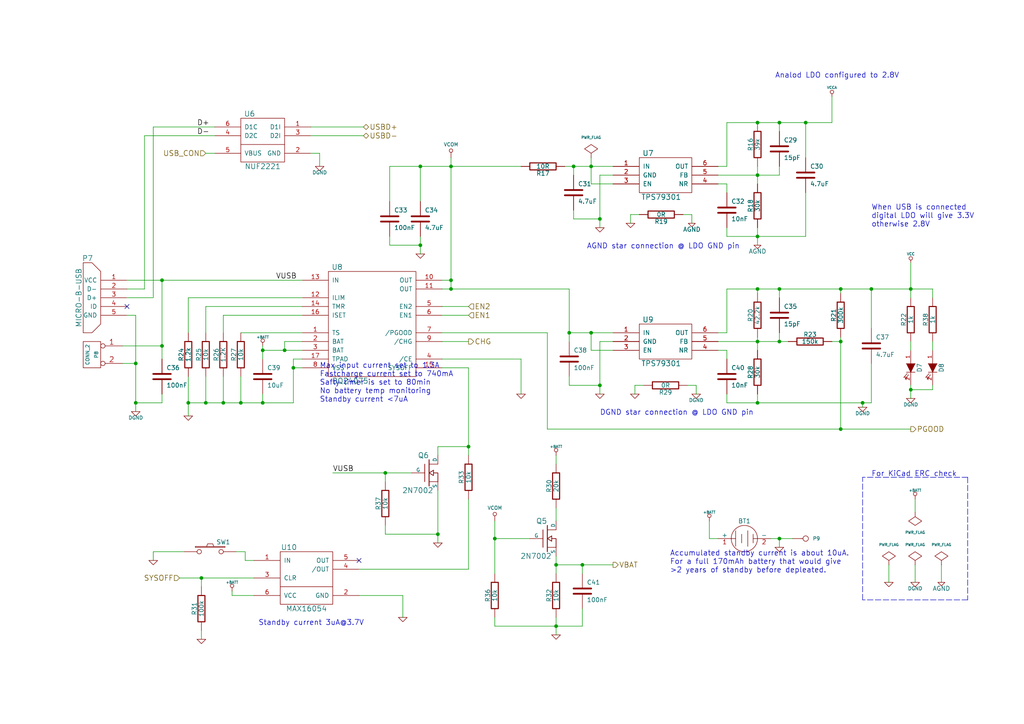
<source format=kicad_sch>
(kicad_sch (version 20231120) (generator "eeschema") (generator_version "8.0")
  (paper "A4")
  (title_block (title "Crazyflie control board") (date "3 feb 2013") (rev "F") (company "Bitcraze AB (CC BY-NC-SA)"))
  (lib_symbols
    (symbol "Crazyflie-contol-board-rescue:+BATT" (power) (pin_names (offset 0))
      (property "Value" "+BATT" (at 0 2.54 0))
      (symbol "+BATT_0_0"
        (pin power_in line (at 0 0 90) (length 0) hide (name "+BATT") (number "1"))
      )
      (symbol "+BATT_0_1"
        (polyline (pts (xy 0 0) (xy 0 1.016) (xy 0 1.016)))
        (circle (center 0 1.524) (radius 0.508))
      )
    )
    (symbol "Crazyflie-contol-board-rescue:AGND" (power) (pin_names (offset 0.254))
      (property "Value" "AGND" (at 0 -1.778 0))
      (symbol "AGND_0_1"
        (polyline (pts (xy -1.016 0) (xy 1.016 0) (xy 0 -1.016) (xy -1.016 0)))
      )
      (symbol "AGND_1_1"
        (pin power_in line (at 0 0 90) (length 0) hide (name "AGND") (number "1"))
      )
    )
    (symbol "Crazyflie-contol-board-rescue:BATTERY" (pin_names (offset 0))
      (property "Reference" "BT" (at 0 5.08 0))
      (property "Value" "BATTERY" (at 0 -4.826 0))
      (symbol "BATTERY_0_1"
        (polyline (pts (xy -2.54 0) (xy -3.81 0)))
        (polyline (pts (xy -2.54 2.286) (xy -2.54 -2.2606)) (stroke (width 0.1524)))
        (polyline (pts (xy -0.7874 1.27) (xy -0.7874 -1.27)) (stroke (width 0.1524)))
        (polyline (pts (xy 0.9906 2.286) (xy 0.9906 -2.2606)) (stroke (width 0.1524)))
        (polyline (pts (xy 2.54 0) (xy 3.81 0)))
        (polyline (pts (xy 2.54 1.27) (xy 2.54 -1.27)) (stroke (width 0.1524)))
        (circle (center 0 0) (radius 3.81) (stroke (width 0.1524)))
      )
      (symbol "BATTERY_1_1"
        (pin passive line (at -7.62 0 0) (length 3.81) (name "+") (number "1"))
        (pin passive line (at 7.62 0 180) (length 3.81) (name "-") (number "2"))
      )
    )
    (symbol "Crazyflie-contol-board-rescue:BQ24075" (pin_names (offset 1.016))
      (property "Reference" "U" (at -10.16 16.51 0))
      (property "Value" "BQ24075" (at -6.35 -16.51 0))
      (symbol "BQ24075_0_1"
        (rectangle (start -12.7 15.24) (end 12.7 -15.24))
      )
      (symbol "BQ24075_1_1"
        (pin input line (at -20.32 -2.54 0) (length 7.62) (name "TS") (number "1"))
        (pin power_out line (at 20.32 12.7 180) (length 7.62) (name "OUT") (number "10"))
        (pin passive line (at 20.32 10.16 180) (length 7.62) (name "OUT") (number "11"))
        (pin input line (at -20.32 7.62 0) (length 7.62) (name "ILIM") (number "12"))
        (pin power_in line (at -20.32 12.7 0) (length 7.62) (name "IN") (number "13"))
        (pin input line (at -20.32 5.08 0) (length 7.62) (name "TMR") (number "14"))
        (pin input line (at 20.32 -12.7 180) (length 7.62) (name "SYSOFF") (number "15"))
        (pin input line (at -20.32 2.54 0) (length 7.62) (name "ISET") (number "16"))
        (pin input line (at -20.32 -10.16 0) (length 7.62) (name "TPAD") (number "17"))
        (pin passive line (at -20.32 -5.08 0) (length 7.62) (name "BAT") (number "2"))
        (pin power_in line (at -20.32 -7.62 0) (length 7.62) (name "BAT") (number "3"))
        (pin input line (at 20.32 -10.16 180) (length 7.62) (name "/CE") (number "4"))
        (pin input line (at 20.32 5.08 180) (length 7.62) (name "EN2") (number "5"))
        (pin input line (at 20.32 2.54 180) (length 7.62) (name "EN1") (number "6"))
        (pin output line (at 20.32 -2.54 180) (length 7.62) (name "/PGOOD") (number "7"))
        (pin power_in line (at -20.32 -12.7 0) (length 7.62) (name "VSS") (number "8"))
        (pin output line (at 20.32 -5.08 180) (length 7.62) (name "/CHG") (number "9"))
      )
    )
    (symbol "Crazyflie-contol-board-rescue:C" (pin_numbers hide) (pin_names (offset 0.254))
      (property "Reference" "C" (at 1.27 2.54 0))
      (property "Value" "C" (at 1.27 -2.54 0))
      (symbol "C_0_1"
        (polyline (pts (xy -2.54 -0.762) (xy 2.54 -0.762)) (stroke (width 0.508)))
        (polyline (pts (xy -2.54 0.762) (xy 2.54 0.762)) (stroke (width 0.508)))
      )
      (symbol "C_1_1"
        (pin passive line (at 0 5.08 270) (length 4.318) (name "~") (number "1"))
        (pin passive line (at 0 -5.08 90) (length 4.318) (name "~") (number "2"))
      )
    )
    (symbol "Crazyflie-contol-board-rescue:CONN_1" (pin_numbers hide) (pin_names (offset 0.762) hide)
      (property "Reference" "P" (at 2.032 0 0))
      (symbol "CONN_1_0_1"
        (polyline (pts (xy -0.762 0) (xy -1.27 0)))
        (circle (center 0 0) (radius 0.7874))
      )
      (symbol "CONN_1_1_1"
        (pin passive line (at -3.81 0 0) (length 2.54) (name "1") (number "1"))
      )
    )
    (symbol "Crazyflie-contol-board-rescue:CONN_2" (pin_names (offset 1.016) hide)
      (property "Reference" "P" (at -1.27 0 90))
      (property "Value" "CONN_2" (at 1.27 0 90))
      (symbol "CONN_2_0_1"
        (rectangle (start -2.54 3.81) (end 2.54 -3.81))
      )
      (symbol "CONN_2_1_1"
        (pin passive inverted (at -8.89 2.54 0) (length 6.35) (name "P1") (number "1"))
        (pin passive inverted (at -8.89 -2.54 0) (length 6.35) (name "PM") (number "2"))
      )
    )
    (symbol "Crazyflie-contol-board-rescue:DGND" (power) (pin_names (offset 1.016))
      (property "Value" "DGND" (at 0 -1.778 0))
      (symbol "DGND_0_1"
        (polyline (pts (xy -1.27 0) (xy 0 -1.27) (xy 1.27 0) (xy -1.27 0)))
      )
      (symbol "DGND_1_1"
        (pin power_in line (at 0 0 90) (length 0) hide (name "DGND") (number "1"))
      )
    )
    (symbol "Crazyflie-contol-board-rescue:GND" (power) (pin_names (offset 0))
      (symbol "GND_0_1"
        (polyline (pts (xy -1.27 0) (xy 0 -1.27) (xy 1.27 0) (xy -1.27 0)))
      )
      (symbol "GND_1_1"
        (pin power_in line (at 0 0 90) (length 0) hide (name "GND") (number "1"))
      )
    )
    (symbol "Crazyflie-contol-board-rescue:LED" (pin_names (offset 1.016) hide)
      (property "Reference" "D" (at 0 2.54 0))
      (property "Value" "LED" (at 0 -2.54 0))
      (symbol "LED_0_1"
        (polyline (pts (xy 1.27 1.27) (xy 1.27 -1.27)))
        (polyline (pts (xy -1.27 1.27) (xy 1.27 0) (xy -1.27 -1.27)) (fill (type outline)))
        (polyline (pts (xy 1.651 -1.016) (xy 2.794 -2.032) (xy 2.667 -1.397)))
        (polyline (pts (xy 2.032 -0.635) (xy 3.175 -1.651) (xy 3.048 -1.016)))
      )
      (symbol "LED_1_1"
        (pin passive line (at -5.08 0 0) (length 3.81) (name "A") (number "1"))
        (pin passive line (at 5.08 0 180) (length 3.81) (name "K") (number "2"))
      )
    )
    (symbol "Crazyflie-contol-board-rescue:MAX16054" (pin_names (offset 1.016))
      (property "Reference" "U" (at -5.08 8.89 0))
      (property "Value" "MAX16054" (at 0 -8.89 0))
      (symbol "MAX16054_0_1"
        (rectangle (start -7.62 7.62) (end 7.62 -7.62))
        (polyline (pts (xy -7.62 -2.54) (xy 7.62 -2.54)))
      )
      (symbol "MAX16054_1_1"
        (pin input line (at -15.24 5.08 0) (length 7.62) (name "IN") (number "1"))
        (pin input line (at 15.24 -5.08 180) (length 7.62) (name "GND") (number "2"))
        (pin input line (at -15.24 0 0) (length 7.62) (name "CLR") (number "3"))
        (pin output line (at 15.24 2.54 180) (length 7.62) (name "/OUT") (number "4"))
        (pin output line (at 15.24 5.08 180) (length 7.62) (name "OUT") (number "5"))
        (pin input line (at -15.24 -5.08 0) (length 7.62) (name "VCC") (number "6"))
      )
    )
    (symbol "Crazyflie-contol-board-rescue:MICRO-B-USB" (pin_names (offset 1.016))
      (property "Reference" "P" (at -1.27 11.43 0))
      (property "Value" "MICRO-B-USB" (at -3.81 0 90))
      (symbol "MICRO-B-USB_0_1"
        (polyline (pts (xy 2.54 0) (xy 2.54 7.62) (xy 0 10.16) (xy -2.54 10.16) (xy -2.54 -10.16) (xy 0 -10.16) (xy 2.54 -7.62) (xy 2.54 0)))
      )
      (symbol "MICRO-B-USB_1_1"
        (pin power_out line (at 10.16 5.08 180) (length 7.62) (name "VCC") (number "1"))
        (pin bidirectional line (at 10.16 2.54 180) (length 7.62) (name "D-") (number "2"))
        (pin bidirectional line (at 10.16 0 180) (length 7.62) (name "D+") (number "3"))
        (pin bidirectional line (at 10.16 -2.54 180) (length 7.62) (name "ID") (number "4"))
        (pin power_in line (at 10.16 -5.08 180) (length 7.62) (name "GND") (number "5"))
      )
    )
    (symbol "Crazyflie-contol-board-rescue:MOSFET_N" (pin_numbers hide) (pin_names (offset 0))
      (property "Reference" "Q" (at 0.254 4.318 0))
      (property "Value" "MOSFET_N" (at 0.254 -3.81 0))
      (symbol "MOSFET_N_0_1"
        (polyline (pts (xy -1.27 -2.54) (xy -1.27 2.54)) (stroke (width 0.2032)))
        (polyline (pts (xy 0 -3.81) (xy 0 3.81)) (stroke (width 0.254)))
        (polyline (pts (xy 2.54 -2.54) (xy 0 -2.54)))
        (polyline (pts (xy 2.54 2.54) (xy 0 2.54)))
        (polyline (pts (xy 2.54 -2.54) (xy 2.54 0) (xy 1.27 0)) (stroke (width 0.2032)))
        (polyline (pts (xy 1.27 0.762) (xy 1.27 -0.762) (xy 0 0) (xy 1.27 0.762) (xy 1.27 0.762)) (stroke (width 0.2032)))
      )
      (symbol "MOSFET_N_1_1"
        (pin passive line (at 2.54 5.08 270) (length 2.54) (name "D") (number "D"))
        (pin input line (at -5.08 0 0) (length 3.81) (name "G") (number "G"))
        (pin passive line (at 2.54 -5.08 90) (length 2.54) (name "S") (number "S"))
      )
    )
    (symbol "Crazyflie-contol-board-rescue:NUF2221" (pin_names (offset 1.016))
      (property "Reference" "U" (at -3.81 6.35 0))
      (property "Value" "NUF2221" (at 0 -8.89 0))
      (symbol "NUF2221_0_1"
        (rectangle (start -6.35 5.08) (end 6.35 -7.62))
        (polyline (pts (xy -6.35 -2.54) (xy 6.35 -2.54)))
      )
      (symbol "NUF2221_1_1"
        (pin input line (at 13.97 2.54 180) (length 7.62) (name "D1I") (number "1"))
        (pin input line (at 13.97 -5.08 180) (length 7.62) (name "GND") (number "2"))
        (pin input line (at 13.97 0 180) (length 7.62) (name "D2I") (number "3"))
        (pin input line (at -13.97 0 0) (length 7.62) (name "D2C") (number "4"))
        (pin input line (at -13.97 -5.08 0) (length 7.62) (name "VBUS") (number "5"))
        (pin input line (at -13.97 2.54 0) (length 7.62) (name "D1C") (number "6"))
      )
    )
    (symbol "Crazyflie-contol-board-rescue:PWR_FLAG" (power) (pin_numbers hide) (pin_names (offset 0) hide)
      (property "Value" "PWR_FLAG" (at 0 4.572 0))
      (symbol "PWR_FLAG_0_0"
        (pin power_out line (at 0 0 90) (length 0) (name "pwr") (number "1"))
      )
      (symbol "PWR_FLAG_0_1"
        (polyline (pts (xy 0 0) (xy 0 1.27) (xy -1.905 2.54) (xy 0 3.81) (xy 1.905 2.54) (xy 0 1.27)))
      )
    )
    (symbol "Crazyflie-contol-board-rescue:R" (pin_numbers hide) (pin_names (offset 0))
      (property "Reference" "R" (at 2.032 0 90))
      (property "Value" "R" (at 0 0 90))
      (symbol "R_0_1"
        (rectangle (start -1.016 3.81) (end 1.016 -3.81) (stroke (width 0.3048)))
      )
      (symbol "R_1_1"
        (pin passive line (at 0 6.35 270) (length 2.54) (name "~") (number "1"))
        (pin passive line (at 0 -6.35 90) (length 2.54) (name "~") (number "2"))
      )
    )
    (symbol "Crazyflie-contol-board-rescue:SW_PUSH" (pin_numbers hide) (pin_names (offset 1.016) hide)
      (property "Reference" "SW" (at 3.81 2.794 0))
      (property "Value" "SW_PUSH" (at 0 -2.032 0))
      (symbol "SW_PUSH_0_1"
        (rectangle (start -4.318 1.27) (end 4.318 1.524))
        (polyline (pts (xy -1.016 1.524) (xy -0.762 2.286) (xy 0.762 2.286) (xy 1.016 1.524)))
        (pin passive inverted (at -7.62 0 0) (length 5.08) (name "1") (number "1"))
        (pin passive inverted (at 7.62 0 180) (length 5.08) (name "2") (number "2"))
      )
    )
    (symbol "Crazyflie-contol-board-rescue:TPS79301" (pin_names (offset 1.016))
      (property "Reference" "U" (at -6.35 8.89 0))
      (property "Value" "TPS79301" (at -2.54 6.35 0))
      (symbol "TPS79301_0_1"
        (rectangle (start -7.62 5.08) (end 7.62 -5.08))
      )
      (symbol "TPS79301_1_1"
        (pin power_in line (at -15.24 2.54 0) (length 7.62) (name "IN") (number "1"))
        (pin power_in line (at -15.24 0 0) (length 7.62) (name "GND") (number "2"))
        (pin input line (at -15.24 -2.54 0) (length 7.62) (name "EN") (number "3"))
        (pin passive line (at 15.24 -2.54 180) (length 7.62) (name "NR") (number "4"))
        (pin input line (at 15.24 0 180) (length 7.62) (name "FB") (number "5"))
        (pin power_out line (at 15.24 2.54 180) (length 7.62) (name "OUT") (number "6"))
      )
    )
    (symbol "Crazyflie-contol-board-rescue:VCC" (power) (pin_names (offset 0))
      (property "Value" "VCC" (at 0 2.54 0))
      (symbol "VCC_0_0"
        (pin power_in line (at 0 0 90) (length 0) hide (name "VCC") (number "1"))
      )
      (symbol "VCC_0_1"
        (polyline (pts (xy 0 0) (xy 0 0.762) (xy 0 0.762)))
        (circle (center 0 1.27) (radius 0.508))
      )
    )
    (symbol "Crazyflie-contol-board-rescue:VCCA" (power) (pin_names (offset 0))
      (property "Value" "VCCA" (at 0 2.54 0))
      (symbol "VCCA_0_0"
        (pin power_in line (at 0 0 90) (length 0) hide (name "VCCA") (number "1"))
      )
      (symbol "VCCA_0_1"
        (polyline (pts (xy 0 0) (xy 0 0.762) (xy 0 0.762)))
        (circle (center 0 1.27) (radius 0.508))
      )
    )
    (symbol "Crazyflie-contol-board-rescue:VCOM" (pin_names (offset 0))
      (property "Value" "VCOM" (at 0 3.81 0))
      (symbol "VCOM_0_0"
        (pin power_in line (at 0 0 90) (length 0) hide (name "VCOM") (number "1"))
      )
      (symbol "VCOM_0_1"
        (polyline (pts (xy 0 1.524) (xy 0 0)))
        (circle (center 0 2.032) (radius 0.508))
      )
    )
  )
  (junction (at 252.73 83.82))
  (junction (at 69.85 116.84))
  (junction (at 264.16 113.03))
  (junction (at 219.71 50.8))
  (junction (at 243.84 124.46))
  (junction (at 243.84 99.06))
  (junction (at 161.29 163.83))
  (junction (at 121.92 48.26))
  (junction (at 111.76 137.16))
  (junction (at 58.42 167.64))
  (junction (at 233.68 35.56))
  (junction (at 39.37 116.84))
  (junction (at 64.77 116.84))
  (junction (at 161.29 181.61))
  (junction (at 127 154.94))
  (junction (at 171.45 48.26))
  (junction (at 166.37 48.26))
  (junction (at 130.81 83.82))
  (junction (at 219.71 116.84))
  (junction (at 135.89 129.54))
  (junction (at 54.61 116.84))
  (junction (at 165.1 96.52))
  (junction (at 219.71 83.82))
  (junction (at 130.81 81.28))
  (junction (at 219.71 35.56))
  (junction (at 168.91 163.83))
  (junction (at 226.06 99.06))
  (junction (at 226.06 35.56))
  (junction (at 173.99 63.5))
  (junction (at 46.99 100.33))
  (junction (at 76.2 116.84))
  (junction (at 76.2 101.6))
  (junction (at 121.92 71.12))
  (junction (at 46.99 81.28))
  (junction (at 39.37 105.41))
  (junction (at 82.55 101.6))
  (junction (at 226.06 156.21))
  (junction (at 130.81 48.26))
  (junction (at 219.71 99.06))
  (junction (at 250.19 116.84))
  (junction (at 85.09 106.68))
  (junction (at 173.99 111.76))
  (junction (at 219.71 68.58))
  (junction (at 143.51 156.21))
  (junction (at 59.69 116.84))
  (junction (at 264.16 83.82))
  (junction (at 171.45 96.52))
  (junction (at 243.84 83.82))
  (junction (at 226.06 83.82))
  (no_connect (at 104.14 162.56))
  (no_connect (at 36.83 88.9))
  (wire (pts (xy 219.71 85.09) (xy 219.71 83.82)))
  (wire (pts (xy 161.29 134.62) (xy 161.29 132.08)))
  (wire (pts (xy 243.84 83.82) (xy 243.84 85.09)))
  (wire (pts (xy 128.27 104.14) (xy 151.13 104.14)))
  (wire (pts (xy 111.76 154.94) (xy 111.76 152.4)))
  (wire (pts (xy 113.03 71.12) (xy 113.03 68.58)))
  (wire (pts (xy 36.83 86.36) (xy 44.45 86.36)))
  (wire (pts (xy 92.71 44.45) (xy 92.71 48.26)))
  (wire (pts (xy 233.68 68.58) (xy 219.71 68.58)))
  (wire (pts (xy 128.27 99.06) (xy 135.89 99.06)))
  (wire (pts (xy 177.8 48.26) (xy 171.45 48.26)))
  (wire (pts (xy 121.92 58.42) (xy 121.92 48.26)))
  (wire (pts (xy 243.84 99.06) (xy 243.84 97.79)))
  (wire (pts (xy 39.37 105.41) (xy 35.56 105.41)))
  (wire (pts (xy 44.45 86.36) (xy 44.45 36.83)))
  (wire (pts (xy 171.45 53.34) (xy 177.8 53.34)))
  (wire (pts (xy 171.45 101.6) (xy 177.8 101.6)))
  (wire (pts (xy 165.1 83.82) (xy 165.1 96.52)))
  (wire (pts (xy 200.66 64.77) (xy 200.66 62.23)))
  (wire (pts (xy 226.06 50.8) (xy 219.71 50.8)))
  (wire (pts (xy 184.15 111.76) (xy 184.15 114.3)))
  (wire (pts (xy 208.28 101.6) (xy 210.82 101.6)))
  (wire (pts (xy 250.19 116.84) (xy 219.71 116.84)))
  (wire (pts (xy 143.51 166.37) (xy 143.51 156.21)))
  (wire (pts (xy 171.45 48.26) (xy 166.37 48.26)))
  (wire (pts (xy 62.23 36.83) (xy 44.45 36.83)))
  (wire (pts (xy 113.03 58.42) (xy 113.03 48.26)))
  (wire (pts (xy 165.1 111.76) (xy 165.1 109.22)))
  (wire (pts (xy 39.37 119.38) (xy 39.37 116.84)))
  (wire (pts (xy 161.29 181.61) (xy 161.29 179.07)))
  (wire (pts (xy 119.38 137.16) (xy 111.76 137.16)))
  (wire (pts (xy 233.68 35.56) (xy 241.3 35.56)))
  (wire (pts (xy 76.2 116.84) (xy 69.85 116.84)))
  (wire (pts (xy 173.99 50.8) (xy 173.99 63.5)))
  (wire (pts (xy 252.73 83.82) (xy 252.73 95.25)))
  (wire (pts (xy 127 157.48) (xy 127 154.94)))
  (wire (pts (xy 171.45 96.52) (xy 171.45 101.6)))
  (wire (pts (xy 54.61 86.36) (xy 87.63 86.36)))
  (wire (pts (xy 59.69 44.45) (xy 62.23 44.45)))
  (wire (pts (xy 127 154.94) (xy 127 142.24)))
  (wire (pts (xy 121.92 73.66) (xy 121.92 71.12)))
  (wire (pts (xy 69.85 116.84) (xy 64.77 116.84)))
  (wire (pts (xy 39.37 105.41) (xy 39.37 91.44)))
  (wire (pts (xy 186.69 111.76) (xy 184.15 111.76)))
  (wire (pts (xy 135.89 88.9) (xy 128.27 88.9)))
  (wire (pts (xy 130.81 48.26) (xy 130.81 81.28)))
  (wire (pts (xy 104.14 172.72) (xy 116.84 172.72)))
  (wire (pts (xy 265.43 144.78) (xy 265.43 148.59)))
  (wire (pts (xy 71.12 162.56) (xy 71.12 160.02)))
  (wire (pts (xy 128.27 96.52) (xy 158.75 96.52)))
  (wire (pts (xy 82.55 99.06) (xy 87.63 99.06)))
  (wire (pts (xy 87.63 81.28) (xy 46.99 81.28)))
  (wire (pts (xy 226.06 156.21) (xy 223.52 156.21)))
  (wire (pts (xy 73.66 167.64) (xy 58.42 167.64)))
  (wire (pts (xy 127 154.94) (xy 111.76 154.94)))
  (wire (pts (xy 111.76 137.16) (xy 96.52 137.16)))
  (wire (pts (xy 243.84 124.46) (xy 243.84 99.06)))
  (wire (pts (xy 219.71 99.06) (xy 219.71 97.79)))
  (wire (pts (xy 64.77 116.84) (xy 64.77 109.22)))
  (wire (pts (xy 219.71 116.84) (xy 210.82 116.84)))
  (wire (pts (xy 243.84 83.82) (xy 226.06 83.82)))
  (wire (pts (xy 226.06 35.56) (xy 226.06 38.1)))
  (wire (pts (xy 59.69 116.84) (xy 54.61 116.84)))
  (wire (pts (xy 208.28 53.34) (xy 210.82 53.34)))
  (wire (pts (xy 121.92 71.12) (xy 113.03 71.12)))
  (wire (pts (xy 44.45 160.02) (xy 44.45 162.56)))
  (wire (pts (xy 158.75 124.46) (xy 243.84 124.46)))
  (wire (pts (xy 161.29 181.61) (xy 143.51 181.61)))
  (wire (pts (xy 82.55 101.6) (xy 82.55 99.06)))
  (wire (pts (xy 54.61 96.52) (xy 54.61 86.36)))
  (wire (pts (xy 39.37 116.84) (xy 39.37 105.41)))
  (wire (pts (xy 73.66 162.56) (xy 71.12 162.56)))
  (wire (pts (xy 219.71 71.12) (xy 219.71 68.58)))
  (wire (pts (xy 226.06 48.26) (xy 226.06 50.8)))
  (wire (pts (xy 135.89 132.08) (xy 135.89 129.54)))
  (wire (pts (xy 168.91 181.61) (xy 161.29 181.61)))
  (wire (pts (xy 201.93 111.76) (xy 199.39 111.76)))
  (wire (pts (xy 252.73 105.41) (xy 252.73 116.84)))
  (wire (pts (xy 130.81 83.82) (xy 165.1 83.82)))
  (wire (pts (xy 265.43 163.83) (xy 265.43 168.91)))
  (wire (pts (xy 177.8 96.52) (xy 171.45 96.52)))
  (wire (pts (xy 76.2 104.14) (xy 76.2 101.6)))
  (wire (pts (xy 46.99 114.3) (xy 46.99 116.84)))
  (wire (pts (xy 59.69 88.9) (xy 59.69 96.52)))
  (wire (pts (xy 219.71 101.6) (xy 219.71 99.06)))
  (wire (pts (xy 264.16 113.03) (xy 270.51 113.03)))
  (wire (pts (xy 201.93 114.3) (xy 201.93 111.76)))
  (wire (pts (xy 226.06 99.06) (xy 219.71 99.06)))
  (wire (pts (xy 264.16 115.57) (xy 264.16 113.03)))
  (wire (pts (xy 87.63 96.52) (xy 69.85 96.52)))
  (wire (pts (xy 241.3 99.06) (xy 243.84 99.06)))
  (wire (pts (xy 143.51 156.21) (xy 143.51 151.13)))
  (wire (pts (xy 58.42 170.18) (xy 58.42 167.64)))
  (wire (pts (xy 210.82 35.56) (xy 219.71 35.56)))
  (wire (pts (xy 177.8 99.06) (xy 173.99 99.06)))
  (wire (pts (xy 153.67 156.21) (xy 143.51 156.21)))
  (wire (pts (xy 233.68 35.56) (xy 233.68 45.72)))
  (wire (pts (xy 208.28 48.26) (xy 210.82 48.26)))
  (wire (pts (xy 226.06 96.52) (xy 226.06 99.06)))
  (wire (pts (xy 264.16 83.82) (xy 264.16 86.36)))
  (polyline (pts (xy 280.67 173.99) (xy 250.19 173.99)) (stroke (width 0) (type dash)))
  (wire (pts (xy 173.99 111.76) (xy 173.99 114.3)))
  (wire (pts (xy 76.2 101.6) (xy 76.2 100.33)))
  (wire (pts (xy 270.51 113.03) (xy 270.51 111.76)))
  (wire (pts (xy 128.27 83.82) (xy 130.81 83.82)))
  (wire (pts (xy 210.82 53.34) (xy 210.82 55.88)))
  (wire (pts (xy 177.8 50.8) (xy 173.99 50.8)))
  (wire (pts (xy 67.31 172.72) (xy 73.66 172.72)))
  (wire (pts (xy 270.51 99.06) (xy 270.51 101.6)))
  (polyline (pts (xy 280.67 138.43) (xy 250.19 138.43)) (stroke (width 0) (type dash)))
  (wire (pts (xy 130.81 45.72) (xy 130.81 48.26)))
  (wire (pts (xy 226.06 158.75) (xy 226.06 156.21)))
  (wire (pts (xy 166.37 60.96) (xy 166.37 63.5)))
  (wire (pts (xy 161.29 184.15) (xy 161.29 181.61)))
  (wire (pts (xy 252.73 116.84) (xy 250.19 116.84)))
  (wire (pts (xy 210.82 48.26) (xy 210.82 35.56)))
  (wire (pts (xy 104.14 165.1) (xy 135.89 165.1)))
  (wire (pts (xy 161.29 166.37) (xy 161.29 163.83)))
  (wire (pts (xy 177.8 163.83) (xy 168.91 163.83)))
  (wire (pts (xy 185.42 62.23) (xy 182.88 62.23)))
  (wire (pts (xy 111.76 137.16) (xy 111.76 139.7)))
  (wire (pts (xy 166.37 63.5) (xy 173.99 63.5)))
  (wire (pts (xy 113.03 48.26) (xy 121.92 48.26)))
  (wire (pts (xy 210.82 101.6) (xy 210.82 104.14)))
  (wire (pts (xy 243.84 124.46) (xy 264.16 124.46)))
  (wire (pts (xy 53.34 160.02) (xy 44.45 160.02)))
  (wire (pts (xy 161.29 147.32) (xy 161.29 151.13)))
  (wire (pts (xy 121.92 48.26) (xy 130.81 48.26)))
  (wire (pts (xy 135.89 129.54) (xy 135.89 106.68)))
  (wire (pts (xy 130.81 48.26) (xy 151.13 48.26)))
  (wire (pts (xy 135.89 165.1) (xy 135.89 144.78)))
  (wire (pts (xy 264.16 113.03) (xy 264.16 111.76)))
  (wire (pts (xy 241.3 35.56) (xy 241.3 27.94)))
  (wire (pts (xy 85.09 116.84) (xy 76.2 116.84)))
  (wire (pts (xy 171.45 48.26) (xy 171.45 53.34)))
  (wire (pts (xy 59.69 109.22) (xy 59.69 116.84)))
  (wire (pts (xy 210.82 83.82) (xy 210.82 96.52)))
  (wire (pts (xy 46.99 81.28) (xy 36.83 81.28)))
  (wire (pts (xy 35.56 100.33) (xy 46.99 100.33)))
  (wire (pts (xy 219.71 83.82) (xy 210.82 83.82)))
  (wire (pts (xy 270.51 86.36) (xy 270.51 83.82)))
  (wire (pts (xy 41.91 83.82) (xy 36.83 83.82)))
  (wire (pts (xy 135.89 91.44) (xy 128.27 91.44)))
  (wire (pts (xy 252.73 83.82) (xy 243.84 83.82)))
  (wire (pts (xy 228.6 99.06) (xy 226.06 99.06)))
  (wire (pts (xy 205.74 156.21) (xy 208.28 156.21)))
  (wire (pts (xy 219.71 68.58) (xy 219.71 66.04)))
  (wire (pts (xy 171.45 45.72) (xy 171.45 48.26)))
  (wire (pts (xy 58.42 182.88) (xy 58.42 185.42)))
  (wire (pts (xy 168.91 163.83) (xy 161.29 163.83)))
  (wire (pts (xy 71.12 160.02) (xy 68.58 160.02)))
  (wire (pts (xy 130.81 81.28) (xy 130.81 83.82)))
  (wire (pts (xy 39.37 91.44) (xy 36.83 91.44)))
  (polyline (pts (xy 280.67 138.43) (xy 280.67 173.99)) (stroke (width 0) (type dash)))
  (wire (pts (xy 41.91 39.37) (xy 41.91 83.82)))
  (wire (pts (xy 233.68 55.88) (xy 233.68 68.58)))
  (wire (pts (xy 226.06 83.82) (xy 219.71 83.82)))
  (wire (pts (xy 171.45 96.52) (xy 165.1 96.52)))
  (wire (pts (xy 82.55 101.6) (xy 76.2 101.6)))
  (wire (pts (xy 229.87 156.21) (xy 226.06 156.21)))
  (wire (pts (xy 58.42 167.64) (xy 52.07 167.64)))
  (wire (pts (xy 168.91 181.61) (xy 168.91 176.53)))
  (wire (pts (xy 210.82 96.52) (xy 208.28 96.52)))
  (wire (pts (xy 85.09 104.14) (xy 85.09 106.68)))
  (wire (pts (xy 257.81 163.83) (xy 257.81 168.91)))
  (wire (pts (xy 90.17 36.83) (xy 105.41 36.83)))
  (wire (pts (xy 121.92 71.12) (xy 121.92 68.58)))
  (wire (pts (xy 135.89 106.68) (xy 128.27 106.68)))
  (wire (pts (xy 264.16 83.82) (xy 252.73 83.82)))
  (wire (pts (xy 219.71 48.26) (xy 219.71 50.8)))
  (wire (pts (xy 219.71 35.56) (xy 226.06 35.56)))
  (wire (pts (xy 219.71 50.8) (xy 208.28 50.8)))
  (wire (pts (xy 64.77 96.52) (xy 64.77 91.44)))
  (wire (pts (xy 87.63 106.68) (xy 85.09 106.68)))
  (wire (pts (xy 270.51 83.82) (xy 264.16 83.82)))
  (wire (pts (xy 64.77 91.44) (xy 87.63 91.44)))
  (wire (pts (xy 264.16 76.2) (xy 264.16 83.82)))
  (wire (pts (xy 166.37 48.26) (xy 163.83 48.26)))
  (wire (pts (xy 200.66 62.23) (xy 198.12 62.23)))
  (wire (pts (xy 165.1 96.52) (xy 165.1 99.06)))
  (wire (pts (xy 219.71 99.06) (xy 208.28 99.06)))
  (wire (pts (xy 250.19 116.84) (xy 250.19 118.11)))
  (wire (pts (xy 76.2 114.3) (xy 76.2 116.84)))
  (wire (pts (xy 87.63 88.9) (xy 59.69 88.9)))
  (wire (pts (xy 151.13 104.14) (xy 151.13 114.3)))
  (wire (pts (xy 130.81 81.28) (xy 128.27 81.28)))
  (wire (pts (xy 226.06 35.56) (xy 233.68 35.56)))
  (wire (pts (xy 67.31 171.45) (xy 67.31 172.72)))
  (wire (pts (xy 210.82 66.04) (xy 210.82 68.58)))
  (wire (pts (xy 168.91 163.83) (xy 168.91 166.37)))
  (wire (pts (xy 46.99 104.14) (xy 46.99 100.33)))
  (wire (pts (xy 219.71 114.3) (xy 219.71 116.84)))
  (wire (pts (xy 205.74 151.13) (xy 205.74 156.21)))
  (wire (pts (xy 41.91 39.37) (xy 62.23 39.37)))
  (wire (pts (xy 69.85 116.84) (xy 69.85 109.22)))
  (wire (pts (xy 166.37 48.26) (xy 166.37 50.8)))
  (wire (pts (xy 90.17 39.37) (xy 105.41 39.37)))
  (wire (pts (xy 173.99 99.06) (xy 173.99 111.76)))
  (wire (pts (xy 173.99 111.76) (xy 165.1 111.76)))
  (wire (pts (xy 116.84 172.72) (xy 116.84 179.07)))
  (wire (pts (xy 210.82 114.3) (xy 210.82 116.84)))
  (wire (pts (xy 46.99 116.84) (xy 39.37 116.84)))
  (wire (pts (xy 127 132.08) (xy 127 129.54)))
  (wire (pts (xy 85.09 106.68) (xy 85.09 116.84)))
  (wire (pts (xy 54.61 120.65) (xy 54.61 116.84)))
  (wire (pts (xy 54.61 116.84) (xy 54.61 109.22)))
  (wire (pts (xy 46.99 100.33) (xy 46.99 81.28)))
  (wire (pts (xy 226.06 83.82) (xy 226.06 86.36)))
  (wire (pts (xy 127 129.54) (xy 135.89 129.54)))
  (polyline (pts (xy 250.19 173.99) (xy 250.19 138.43)) (stroke (width 0) (type dash)))
  (wire (pts (xy 273.05 163.83) (xy 273.05 168.91)))
  (wire (pts (xy 161.29 163.83) (xy 161.29 161.29)))
  (wire (pts (xy 182.88 62.23) (xy 182.88 64.77)))
  (wire (pts (xy 85.09 104.14) (xy 87.63 104.14)))
  (wire (pts (xy 219.71 68.58) (xy 210.82 68.58)))
  (wire (pts (xy 64.77 116.84) (xy 59.69 116.84)))
  (wire (pts (xy 87.63 101.6) (xy 82.55 101.6)))
  (wire (pts (xy 219.71 50.8) (xy 219.71 53.34)))
  (wire (pts (xy 158.75 96.52) (xy 158.75 124.46)))
  (wire (pts (xy 90.17 44.45) (xy 92.71 44.45)))
  (wire (pts (xy 143.51 181.61) (xy 143.51 179.07)))
  (wire (pts (xy 173.99 63.5) (xy 173.99 66.04)))
  (wire (pts (xy 264.16 99.06) (xy 264.16 101.6)))
  (text "For KiCad ERC check" (at 252.73 138.43 0) (effects (font (size 1.524 1.524)) (justify left bottom)))
  (text "Standby current 3uA@3.7V" (at 74.93 181.61 0) (effects (font (size 1.524 1.524)) (justify left bottom)))
  (text "Accumulated standby current is about 10uA. \nFor a full 170mAh battery that would give \n>2 years of standby before depleated. " (at 194.31 166.37 0) (effects (font (size 1.524 1.524)) (justify left bottom)))
  (text "When USB is connected \ndigital LDO will give 3.3V \notherwise 2.8V" (at 252.73 66.04 0) (effects (font (size 1.524 1.524)) (justify left bottom)))
  (text "DGND star connection @ LDO GND pin" (at 173.99 120.65 0) (effects (font (size 1.524 1.524)) (justify left bottom)))
  (text "Max input current set to 1.3A\nFastcharge current set to 740mA\nSafty timer is set to 80min\nNo battery temp monitoring\nStandby current <7uA" (at 92.71 116.84 0) (effects (font (size 1.524 1.524)) (justify left bottom)))
  (text "Analod LDO configured to 2.8V" (at 224.79 22.86 0) (effects (font (size 1.524 1.524)) (justify left bottom)))
  (text "AGND star connection @ LDO GND pin" (at 170.18 72.39 0) (effects (font (size 1.524 1.524)) (justify left bottom)))
  (label "D+" (at 57.15 36.83 0) (effects (font (size 1.524 1.524))))
  (label "VUSB" (at 96.52 137.16 0) (effects (font (size 1.524 1.524))))
  (label "VUSB" (at 80.01 81.28 0) (effects (font (size 1.524 1.524))))
  (label "D-" (at 57.15 39.37 0) (effects (font (size 1.524 1.524))))
  (hierarchical_label "USB_CON" (shape input) (at 59.69 44.45 180) (effects (font (size 1.524 1.524))))
  (hierarchical_label "USBD-" (shape bidirectional) (at 105.41 39.37 0) (effects (font (size 1.524 1.524))))
  (hierarchical_label "EN1" (shape input) (at 135.89 91.44 0) (effects (font (size 1.524 1.524))))
  (hierarchical_label "CHG" (shape output) (at 135.89 99.06 0) (effects (font (size 1.524 1.524))))
  (hierarchical_label "PGOOD" (shape output) (at 264.16 124.46 0) (effects (font (size 1.524 1.524))))
  (hierarchical_label "SYSOFF" (shape input) (at 52.07 167.64 180) (effects (font (size 1.524 1.524))))
  (hierarchical_label "EN2" (shape input) (at 135.89 88.9 0) (effects (font (size 1.524 1.524))))
  (hierarchical_label "VBAT" (shape output) (at 177.8 163.83 0) (effects (font (size 1.524 1.524))))
  (hierarchical_label "USBD+" (shape bidirectional) (at 105.41 36.83 0) (effects (font (size 1.524 1.524))))
  (symbol (lib_id "Crazyflie-contol-board-rescue:MICRO-B-USB") (at 26.67 86.36 0) (unit 1)
    (property "Reference" "P7" (at 25.4 74.93 0) (effects (font (size 1.524 1.524))))
    (property "Value" "MICRO-B-USB" (at 22.86 86.36 90) (effects (font (size 1.524 1.524))))
    (property "Footprint" "ZX62-B-5PA_11_CFK" (effects (hide yes)))
    (property "Description" "Hirose Connectors" (effects (hide yes)))
    (property "Field5" "ZX62-B-5PA(11)" (effects (hide yes)))
  )
  (symbol (lib_id "Crazyflie-contol-board-rescue:+BATT") (at 76.2 100.33 0) (unit 1)
    (property "Reference" "#PWR085" (effects (hide yes)))
    (property "Value" "+BATT" (at 76.2 97.79 0) (effects (font (size 0.762 0.762))))
  )
  (symbol (lib_id "Crazyflie-contol-board-rescue:NUF2221") (at 76.2 39.37 0) (unit 1)
    (property "Reference" "U6" (at 72.39 33.02 0) (effects (font (size 1.524 1.524))))
    (property "Value" "NUF2221" (at 76.2 48.26 0) (effects (font (size 1.524 1.524))))
    (property "Footprint" "SOT363" (effects (hide yes)))
    (property "Description" "OnSemi" (effects (hide yes)))
    (property "Field5" "NUF2221W1T2G" (effects (hide yes)))
  )
  (symbol (lib_id "Crazyflie-contol-board-rescue:DGND") (at 92.71 48.26 0) (unit 1)
    (property "Reference" "#PWR084" (effects (hide yes)))
    (property "Value" "DGND" (at 92.71 50.038 0) (effects (font (size 1.016 1.016))))
  )
  (symbol (lib_id "Crazyflie-contol-board-rescue:C") (at 166.37 55.88 0) (unit 1)
    (property "Reference" "C31" (at 167.64 53.34 0) (effects (justify left)))
    (property "Value" "4.7uF" (at 167.64 58.42 0) (effects (justify left)))
    (property "Footprint" "SM0603_Capa" (effects (hide yes)))
  )
  (symbol (lib_id "Crazyflie-contol-board-rescue:C") (at 165.1 104.14 0) (unit 1)
    (property "Reference" "C38" (at 166.37 101.6 0) (effects (justify left)))
    (property "Value" "100nF" (at 166.37 106.68 0) (effects (justify left)))
    (property "Footprint" "SM0603_Capa" (effects (hide yes)))
  )
  (symbol (lib_id "Crazyflie-contol-board-rescue:C") (at 252.73 100.33 0) (unit 1)
    (property "Reference" "C37" (at 254 97.79 0) (effects (justify left)))
    (property "Value" "4.7uF" (at 254 102.87 0) (effects (justify left)))
    (property "Footprint" "SM0603_Capa" (effects (hide yes)))
  )
  (symbol (lib_id "Crazyflie-contol-board-rescue:C") (at 210.82 109.22 0) (unit 1)
    (property "Reference" "C40" (at 212.09 106.68 0) (effects (justify left)))
    (property "Value" "10nF" (at 212.09 111.76 0) (effects (justify left)))
    (property "Footprint" "SM0603_Capa" (effects (hide yes)))
    (property "Description" "General" (effects (hide yes)))
    (property "Field5" "X7R, +/-10%, 25V" (effects (hide yes)))
  )
  (symbol (lib_id "Crazyflie-contol-board-rescue:C") (at 210.82 60.96 0) (unit 1)
    (property "Reference" "C32" (at 212.09 58.42 0) (effects (justify left)))
    (property "Value" "10nF" (at 212.09 63.5 0) (effects (justify left)))
    (property "Footprint" "SM0603_Capa" (effects (hide yes)))
    (property "Description" "General" (effects (hide yes)))
    (property "Field5" "X7R, +/-10, 25V" (effects (hide yes)))
  )
  (symbol (lib_id "Crazyflie-contol-board-rescue:C") (at 233.68 50.8 0) (unit 1)
    (property "Reference" "C30" (at 234.95 48.26 0) (effects (justify left)))
    (property "Value" "4.7uF" (at 234.95 53.34 0) (effects (justify left)))
    (property "Footprint" "SM0603_Capa" (effects (hide yes)))
  )
  (symbol (lib_id "Crazyflie-contol-board-rescue:R") (at 157.48 48.26 270) (unit 1)
    (property "Reference" "R17" (at 157.48 50.292 90))
    (property "Value" "10R" (at 157.48 48.26 90))
    (property "Footprint" "SM0603" (effects (hide yes)))
    (property "Description" "General" (effects (hide yes)))
    (property "Field5" "+/-1%, 0.125W, 50V" (effects (hide yes)))
  )
  (symbol (lib_id "Crazyflie-contol-board-rescue:GND") (at 173.99 66.04 0) (unit 1)
    (property "Reference" "#PWR083" (effects (hide yes)))
    (property "Value" "GND" (effects (hide yes)))
  )
  (symbol (lib_id "Crazyflie-contol-board-rescue:GND") (at 173.99 114.3 0) (unit 1)
    (property "Reference" "#PWR082" (effects (hide yes)))
    (property "Value" "GND" (effects (hide yes)))
  )
  (symbol (lib_id "Crazyflie-contol-board-rescue:GND") (at 121.92 73.66 0) (unit 1)
    (property "Reference" "#PWR081" (effects (hide yes)))
    (property "Value" "GND" (effects (hide yes)))
  )
  (symbol (lib_id "Crazyflie-contol-board-rescue:AGND") (at 219.71 71.12 0) (unit 1)
    (property "Reference" "#PWR080" (effects (hide yes)))
    (property "Value" "AGND" (at 219.71 72.898 0))
  )
  (symbol (lib_id "Crazyflie-contol-board-rescue:DGND") (at 250.19 118.11 0) (unit 1)
    (property "Reference" "#PWR079" (effects (hide yes)))
    (property "Value" "DGND" (at 250.19 119.888 0) (effects (font (size 1.016 1.016))))
  )
  (symbol (lib_id "Crazyflie-contol-board-rescue:GND") (at 182.88 64.77 0) (unit 1)
    (property "Reference" "#PWR078" (effects (hide yes)))
    (property "Value" "GND" (effects (hide yes)))
  )
  (symbol (lib_id "Crazyflie-contol-board-rescue:AGND") (at 200.66 64.77 0) (unit 1)
    (property "Reference" "#PWR077" (effects (hide yes)))
    (property "Value" "AGND" (at 200.66 66.548 0))
  )
  (symbol (lib_id "Crazyflie-contol-board-rescue:GND") (at 184.15 114.3 0) (unit 1)
    (property "Reference" "#PWR076" (effects (hide yes)))
    (property "Value" "GND" (effects (hide yes)))
  )
  (symbol (lib_id "Crazyflie-contol-board-rescue:DGND") (at 201.93 114.3 0) (unit 1)
    (property "Reference" "#PWR075" (effects (hide yes)))
    (property "Value" "DGND" (at 201.93 116.078 0) (effects (font (size 1.016 1.016))))
  )
  (symbol (lib_id "Crazyflie-contol-board-rescue:VCC") (at 264.16 76.2 0) (unit 1)
    (property "Reference" "#PWR074" (effects (hide yes)))
    (property "Value" "VCC" (at 264.16 73.66 0) (effects (font (size 0.762 0.762))))
  )
  (symbol (lib_id "Crazyflie-contol-board-rescue:VCCA") (at 241.3 27.94 0) (unit 1)
    (property "Reference" "#PWR073" (effects (hide yes)))
    (property "Value" "VCCA" (at 241.3 25.4 0) (effects (font (size 0.762 0.762))))
  )
  (symbol (lib_id "Crazyflie-contol-board-rescue:C") (at 76.2 109.22 0) (unit 1)
    (property "Reference" "C39" (at 77.47 106.68 0) (effects (justify left)))
    (property "Value" "10uF" (at 77.47 111.76 0) (effects (justify left)))
    (property "Footprint" "SM0603_Capa" (effects (hide yes)))
    (property "Description" "General" (effects (hide yes)))
    (property "Field5" "X5R, +/-20%, 6.3V" (effects (hide yes)))
  )
  (symbol (lib_id "Crazyflie-contol-board-rescue:C") (at 46.99 109.22 0) (unit 1)
    (property "Reference" "C36" (at 48.26 106.68 0) (effects (justify left)))
    (property "Value" "100nF" (at 48.26 111.76 0) (effects (justify left)))
    (property "Footprint" "SM0603_Capa" (effects (hide yes)))
  )
  (symbol (lib_id "Crazyflie-contol-board-rescue:R") (at 54.61 102.87 180) (unit 1)
    (property "Reference" "R24" (at 52.578 102.87 90))
    (property "Value" "1.2k" (at 54.61 102.87 90))
    (property "Footprint" "SM0603" (effects (hide yes)))
    (property "Description" "General" (effects (hide yes)))
    (property "Field5" "+/-1%, 0.125W, 50V" (effects (hide yes)))
  )
  (symbol (lib_id "Crazyflie-contol-board-rescue:R") (at 64.77 102.87 180) (unit 1)
    (property "Reference" "R26" (at 62.738 102.87 90))
    (property "Value" "1.2K" (at 64.77 102.87 90))
    (property "Footprint" "SM0603" (effects (hide yes)))
  )
  (symbol (lib_id "Crazyflie-contol-board-rescue:GND") (at 151.13 114.3 0) (unit 1)
    (property "Reference" "#PWR072" (effects (hide yes)))
    (property "Value" "GND" (effects (hide yes)))
  )
  (symbol (lib_id "Crazyflie-contol-board-rescue:R") (at 69.85 102.87 180) (unit 1)
    (property "Reference" "R27" (at 67.818 102.87 90))
    (property "Value" "10k" (at 69.85 102.87 90))
    (property "Footprint" "SM0603" (effects (hide yes)))
    (property "Description" "Genaral" (effects (hide yes)))
    (property "Field5" "+/-1%, 0.125W, 50V" (effects (hide yes)))
  )
  (symbol (lib_id "Crazyflie-contol-board-rescue:R") (at 161.29 140.97 180) (unit 1)
    (property "Reference" "R30" (at 159.258 140.97 90))
    (property "Value" "20k" (at 161.29 140.97 90))
    (property "Footprint" "SM0603" (effects (hide yes)))
  )
  (symbol (lib_id "Crazyflie-contol-board-rescue:R") (at 161.29 172.72 180) (unit 1)
    (property "Reference" "R32" (at 159.258 172.72 90))
    (property "Value" "10k" (at 161.29 172.72 90))
    (property "Footprint" "SM0603" (effects (hide yes)))
  )
  (symbol (lib_id "Crazyflie-contol-board-rescue:GND") (at 161.29 184.15 0) (unit 1)
    (property "Reference" "#PWR071" (effects (hide yes)))
    (property "Value" "GND" (effects (hide yes)))
  )
  (symbol (lib_id "Crazyflie-contol-board-rescue:C") (at 168.91 171.45 0) (unit 1)
    (property "Reference" "C41" (at 170.18 168.91 0) (effects (justify left)))
    (property "Value" "100nF" (at 170.18 173.99 0) (effects (justify left)))
    (property "Footprint" "SM0603_Capa" (effects (hide yes)))
  )
  (symbol (lib_id "Crazyflie-contol-board-rescue:VCOM") (at 130.81 45.72 0) (unit 1)
    (property "Reference" "#PWR53" (effects (hide yes)))
    (property "Value" "VCOM" (at 130.81 41.91 0) (effects (font (size 1.016 1.016))))
  )
  (symbol (lib_id "Crazyflie-contol-board-rescue:C") (at 121.92 63.5 0) (unit 1)
    (property "Reference" "C34" (at 123.19 60.96 0) (effects (justify left)))
    (property "Value" "4.7uF" (at 123.19 66.04 0) (effects (justify left)))
    (property "Footprint" "SM0603_Capa" (effects (hide yes)))
    (property "Description" "General" (effects (hide yes)))
    (property "Field5" "X7R, +/-10% 6.3V" (effects (hide yes)))
  )
  (symbol (lib_id "Crazyflie-contol-board-rescue:MAX16054") (at 88.9 167.64 0) (unit 1)
    (property "Reference" "U10" (at 83.82 158.75 0) (effects (font (size 1.524 1.524))))
    (property "Value" "MAX16054" (at 88.9 176.53 0) (effects (font (size 1.524 1.524))))
    (property "Footprint" "SOT23_6" (effects (hide yes)))
    (property "Description" "Maxim" (effects (hide yes)))
    (property "Field5" "MAX16054AZT" (effects (hide yes)))
  )
  (symbol (lib_id "Crazyflie-contol-board-rescue:+BATT") (at 67.31 171.45 0) (unit 1)
    (property "Reference" "#PWR070" (effects (hide yes)))
    (property "Value" "+BATT" (at 67.31 168.91 0) (effects (font (size 0.762 0.762))))
  )
  (symbol (lib_id "Crazyflie-contol-board-rescue:GND") (at 116.84 179.07 0) (unit 1)
    (property "Reference" "#PWR069" (effects (hide yes)))
    (property "Value" "GND" (effects (hide yes)))
  )
  (symbol (lib_id "Crazyflie-contol-board-rescue:SW_PUSH") (at 60.96 160.02 0) (unit 1)
    (property "Reference" "SW1" (at 64.77 157.226 0))
    (property "Value" "PUSH ON/OFF" (effects (hide yes)))
    (property "Footprint" "SPST-NO-4x2.5" (effects (hide yes)))
    (property "Description" "Omron" (effects (hide yes)))
    (property "Field5" "B3U-3000P" (effects (hide yes)))
  )
  (symbol (lib_id "Crazyflie-contol-board-rescue:GND") (at 44.45 162.56 0) (unit 1)
    (property "Reference" "#PWR068" (effects (hide yes)))
    (property "Value" "GND" (effects (hide yes)))
  )
  (symbol (lib_id "Crazyflie-contol-board-rescue:R") (at 264.16 92.71 180) (unit 1)
    (property "Reference" "R22" (at 262.128 92.71 90))
    (property "Value" "1k" (at 264.16 92.71 90))
    (property "Footprint" "SM0603" (effects (hide yes)))
    (property "Description" "General" (effects (hide yes)))
    (property "Field5" "+/-1%, 0.125W, 50V" (effects (hide yes)))
  )
  (symbol (lib_id "Crazyflie-contol-board-rescue:LED") (at 264.16 106.68 270) (unit 1)
    (property "Reference" "D7" (at 266.7 106.68 0))
    (property "Value" "BLUE LED" (effects (hide yes)))
    (property "Footprint" "SMDLED-0603" (effects (hide yes)))
    (property "Description" "General" (effects (hide yes)))
    (property "Field5" "Blue, If:20mA" (effects (hide yes)))
  )
  (symbol (lib_id "Crazyflie-contol-board-rescue:DGND") (at 264.16 115.57 0) (unit 1)
    (property "Reference" "#PWR067" (effects (hide yes)))
    (property "Value" "DGND" (at 264.16 117.348 0) (effects (font (size 1.016 1.016))))
  )
  (symbol (lib_id "Crazyflie-contol-board-rescue:R") (at 58.42 176.53 180) (unit 1)
    (property "Reference" "R31" (at 56.388 176.53 90))
    (property "Value" "100k" (at 58.42 176.53 90))
    (property "Footprint" "SM0603" (effects (hide yes)))
    (property "Description" "General" (effects (hide yes)))
    (property "Field5" "+/-1%, 0.125W, 50V" (effects (hide yes)))
  )
  (symbol (lib_id "Crazyflie-contol-board-rescue:GND") (at 58.42 185.42 0) (unit 1)
    (property "Reference" "#PWR066" (effects (hide yes)))
    (property "Value" "GND" (effects (hide yes)))
  )
  (symbol (lib_id "Crazyflie-contol-board-rescue:BATTERY") (at 215.9 156.21 0) (unit 1)
    (property "Reference" "BT1" (at 215.9 151.13 0))
    (property "Value" "BATTERY" (effects (hide yes)))
    (property "Footprint" "JST-B2B-ZR" (effects (hide yes)))
    (property "Description" "JST" (effects (hide yes)))
    (property "Field5" "B2B-ZR" (effects (hide yes)))
  )
  (symbol (lib_id "Crazyflie-contol-board-rescue:+BATT") (at 205.74 151.13 0) (unit 1)
    (property "Reference" "#PWR065" (effects (hide yes)))
    (property "Value" "+BATT" (at 205.74 148.59 0) (effects (font (size 0.762 0.762))))
  )
  (symbol (lib_id "Crazyflie-contol-board-rescue:GND") (at 226.06 158.75 0) (unit 1)
    (property "Reference" "#PWR064" (effects (hide yes)))
    (property "Value" "GND" (effects (hide yes)))
  )
  (symbol (lib_id "Crazyflie-contol-board-rescue:VCOM") (at 143.51 151.13 0) (unit 1)
    (property "Reference" "#PWR72" (effects (hide yes)))
    (property "Value" "VCOM" (at 143.51 147.32 0) (effects (font (size 1.016 1.016))))
  )
  (symbol (lib_id "Crazyflie-contol-board-rescue:R") (at 219.71 91.44 180) (unit 1)
    (property "Reference" "R20" (at 217.678 91.44 90))
    (property "Value" "42.2k" (at 219.71 91.44 90))
    (property "Footprint" "SM0603" (effects (hide yes)))
    (property "Description" "General" (effects (hide yes)))
    (property "Field5" "+/-1%, 0.125W, 50V" (effects (hide yes)))
  )
  (symbol (lib_id "Crazyflie-contol-board-rescue:R") (at 219.71 107.95 180) (unit 1)
    (property "Reference" "R28" (at 217.678 107.95 90))
    (property "Value" "30k" (at 219.71 107.95 90))
    (property "Footprint" "SM0603" (effects (hide yes)))
  )
  (symbol (lib_id "Crazyflie-contol-board-rescue:R") (at 234.95 99.06 90) (unit 1)
    (property "Reference" "R23" (at 234.95 97.028 90))
    (property "Value" "150k" (at 234.95 99.06 90))
    (property "Footprint" "SM0603" (effects (hide yes)))
    (property "Description" "General" (effects (hide yes)))
    (property "Field5" "+/-1%, 0.125W, 50V" (effects (hide yes)))
  )
  (symbol (lib_id "Crazyflie-contol-board-rescue:C") (at 226.06 91.44 0) (unit 1)
    (property "Reference" "C35" (at 227.33 88.9 0) (effects (justify left)))
    (property "Value" "15pF" (at 227.33 93.98 0) (effects (justify left)))
    (property "Footprint" "SM0603_Capa" (effects (hide yes)))
  )
  (symbol (lib_id "Crazyflie-contol-board-rescue:R") (at 219.71 59.69 180) (unit 1)
    (property "Reference" "R18" (at 217.678 59.69 90))
    (property "Value" "30k" (at 219.71 59.69 90))
    (property "Footprint" "SM0603" (effects (hide yes)))
    (property "Description" "General" (effects (hide yes)))
    (property "Field5" "+/-1%, 0.125W, 50V" (effects (hide yes)))
  )
  (symbol (lib_id "Crazyflie-contol-board-rescue:R") (at 219.71 41.91 180) (unit 1)
    (property "Reference" "R16" (at 217.678 41.91 90))
    (property "Value" "39k" (at 219.71 41.91 90))
    (property "Footprint" "SM0603" (effects (hide yes)))
    (property "Description" "General" (effects (hide yes)))
    (property "Field5" "+/-1%, 0.125W, 50V" (effects (hide yes)))
  )
  (symbol (lib_id "Crazyflie-contol-board-rescue:C") (at 226.06 43.18 0) (unit 1)
    (property "Reference" "C29" (at 227.33 40.64 0) (effects (justify left)))
    (property "Value" "15pF" (at 227.33 45.72 0) (effects (justify left)))
    (property "Footprint" "SM0603_Capa" (effects (hide yes)))
  )
  (symbol (lib_id "Crazyflie-contol-board-rescue:TPS79301") (at 193.04 50.8 0) (unit 1)
    (property "Reference" "U7" (at 187.96 44.45 0) (effects (font (size 1.524 1.524))))
    (property "Value" "TPS79301" (at 191.77 57.15 0) (effects (font (size 1.524 1.524))))
    (property "Footprint" "SOT23_6" (effects (hide yes)))
  )
  (symbol (lib_id "Crazyflie-contol-board-rescue:TPS79301") (at 193.04 99.06 0) (unit 1)
    (property "Reference" "U9" (at 187.96 92.71 0) (effects (font (size 1.524 1.524))))
    (property "Value" "TPS79301" (at 191.77 105.41 0) (effects (font (size 1.524 1.524))))
    (property "Footprint" "SOT23_6" (effects (hide yes)))
    (property "Description" "TI" (effects (hide yes)))
    (property "Field5" "TPS79301DBVR" (effects (hide yes)))
  )
  (symbol (lib_id "Crazyflie-contol-board-rescue:BQ24075") (at 107.95 93.98 0) (unit 1)
    (property "Reference" "U8" (at 97.79 77.47 0) (effects (font (size 1.524 1.524))))
    (property "Value" "BQ24075" (at 101.6 110.49 0) (effects (font (size 1.524 1.524))))
    (property "Footprint" "QFN16" (effects (hide yes)))
    (property "Description" "TI" (effects (hide yes)))
    (property "Field5" "BQ24075RGTT" (effects (hide yes)))
  )
  (symbol (lib_id "Crazyflie-contol-board-rescue:R") (at 243.84 91.44 180) (unit 1)
    (property "Reference" "R21" (at 241.808 91.44 90))
    (property "Value" "300k" (at 243.84 91.44 90))
    (property "Footprint" "SM0603" (effects (hide yes)))
    (property "Description" "General" (effects (hide yes)))
    (property "Field5" "+/-1%, 0.125W, 50V" (effects (hide yes)))
  )
  (symbol (lib_id "Crazyflie-contol-board-rescue:R") (at 191.77 62.23 270) (unit 1)
    (property "Reference" "R19" (at 191.77 64.262 90))
    (property "Value" "0R" (at 191.77 62.23 90))
    (property "Footprint" "SM0603" (effects (hide yes)))
  )
  (symbol (lib_id "Crazyflie-contol-board-rescue:R") (at 193.04 111.76 270) (unit 1)
    (property "Reference" "R29" (at 193.04 113.792 90))
    (property "Value" "0R" (at 193.04 111.76 90))
    (property "Footprint" "SM0603" (effects (hide yes)))
    (property "Description" "General" (effects (hide yes)))
    (property "Field5" "+/-1%, 0.125W, 50V" (effects (hide yes)))
  )
  (symbol (lib_id "Crazyflie-contol-board-rescue:GND") (at 54.61 120.65 0) (unit 1)
    (property "Reference" "#PWR063" (effects (hide yes)))
    (property "Value" "GND" (effects (hide yes)))
  )
  (symbol (lib_id "Crazyflie-contol-board-rescue:DGND") (at 39.37 119.38 0) (unit 1)
    (property "Reference" "#PWR062" (effects (hide yes)))
    (property "Value" "DGND" (at 39.37 121.158 0) (effects (font (size 1.016 1.016))))
  )
  (symbol (lib_id "Crazyflie-contol-board-rescue:C") (at 113.03 63.5 0) (unit 1)
    (property "Reference" "C33" (at 114.3 60.96 0) (effects (justify left)))
    (property "Value" "100nF" (at 114.3 66.04 0) (effects (justify left)))
    (property "Footprint" "SM0603_Capa" (effects (hide yes)))
    (property "Description" "General" (effects (hide yes)))
    (property "Field5" "X7R, +/-10%, 25V" (effects (hide yes)))
  )
  (symbol (lib_id "Crazyflie-contol-board-rescue:R") (at 59.69 102.87 180) (unit 1)
    (property "Reference" "R25" (at 57.658 102.87 90))
    (property "Value" "10k" (at 59.69 102.87 90))
    (property "Footprint" "SM0603" (effects (hide yes)))
  )
  (symbol (lib_id "Crazyflie-contol-board-rescue:R") (at 135.89 138.43 180) (unit 1)
    (property "Reference" "R33" (at 133.858 138.43 90))
    (property "Value" "10k" (at 135.89 138.43 90))
    (property "Footprint" "SM0603" (effects (hide yes)))
    (property "Description" "Genaral" (effects (hide yes)))
    (property "Field5" "+/-1%, 0.125W, 50V" (effects (hide yes)))
  )
  (symbol (lib_id "Crazyflie-contol-board-rescue:CONN_2") (at 26.67 102.87 0) (mirror y) (unit 1)
    (property "Reference" "P8" (at 27.94 102.87 90) (effects (font (size 1.016 1.016))))
    (property "Value" "CONN_2" (at 25.4 102.87 90) (effects (font (size 1.016 1.016))))
    (property "Footprint" "PINHEADER_127_2X1" (effects (hide yes)))
  )
  (symbol (lib_id "Crazyflie-contol-board-rescue:CONN_1") (at 233.68 156.21 0) (unit 1)
    (property "Reference" "P9" (at 235.712 156.21 0) (effects (font (size 1.016 1.016)) (justify left)))
    (property "Value" "CONN_1" (effects (hide yes)))
    (property "Footprint" "PINHEADER_127_1X1" (effects (hide yes)))
  )
  (symbol (lib_id "Crazyflie-contol-board-rescue:MOSFET_N") (at 158.75 156.21 0) (unit 1)
    (property "Reference" "Q5" (at 158.75 151.13 0) (effects (font (size 1.524 1.524)) (justify right)))
    (property "Value" "2N7002" (at 160.02 161.29 0) (effects (font (size 1.524 1.524)) (justify right)))
    (property "Footprint" "SOT23GDS" (effects (hide yes)))
    (property "Description" "General" (effects (hide yes)))
    (property "Field5" "2N7002" (effects (hide yes)))
  )
  (symbol (lib_id "Crazyflie-contol-board-rescue:R") (at 143.51 172.72 180) (unit 1)
    (property "Reference" "R36" (at 141.478 172.72 90))
    (property "Value" "10k" (at 143.51 172.72 90))
    (property "Footprint" "SM0603" (effects (hide yes)))
    (property "Description" "Genaral" (effects (hide yes)))
    (property "Field5" "+/-1%, 0.125W, 50V" (effects (hide yes)))
  )
  (symbol (lib_id "Crazyflie-contol-board-rescue:+BATT") (at 161.29 132.08 0) (unit 1)
    (property "Reference" "#PWR061" (effects (hide yes)))
    (property "Value" "+BATT" (at 161.29 129.54 0) (effects (font (size 0.762 0.762))))
  )
  (symbol (lib_id "Crazyflie-contol-board-rescue:MOSFET_N") (at 124.46 137.16 0) (unit 1)
    (property "Reference" "Q6" (at 124.46 132.08 0) (effects (font (size 1.524 1.524)) (justify right)))
    (property "Value" "2N7002" (at 125.73 142.24 0) (effects (font (size 1.524 1.524)) (justify right)))
    (property "Footprint" "SOT23GDS" (effects (hide yes)))
    (property "Description" "General" (effects (hide yes)))
    (property "Field5" "2N7002" (effects (hide yes)))
  )
  (symbol (lib_id "Crazyflie-contol-board-rescue:GND") (at 127 157.48 0) (unit 1)
    (property "Reference" "#PWR060" (effects (hide yes)))
    (property "Value" "GND" (effects (hide yes)))
  )
  (symbol (lib_id "Crazyflie-contol-board-rescue:R") (at 111.76 146.05 180) (unit 1)
    (property "Reference" "R37" (at 109.728 146.05 90))
    (property "Value" "10k" (at 111.76 146.05 90))
    (property "Footprint" "SM0603" (effects (hide yes)))
    (property "Description" "Genaral" (effects (hide yes)))
    (property "Field5" "+/-1%, 0.125W, 50V" (effects (hide yes)))
  )
  (symbol (lib_id "Crazyflie-contol-board-rescue:R") (at 270.51 92.71 180) (unit 1)
    (property "Reference" "R38" (at 268.478 92.71 90))
    (property "Value" "1k" (at 270.51 92.71 90))
    (property "Footprint" "SM0603" (effects (hide yes)))
    (property "Description" "General" (effects (hide yes)))
    (property "Field5" "+/-1%, 0.125W, 50V" (effects (hide yes)))
  )
  (symbol (lib_id "Crazyflie-contol-board-rescue:LED") (at 270.51 106.68 270) (unit 1)
    (property "Reference" "D8" (at 273.05 106.68 0))
    (property "Value" "BLUE LED" (effects (hide yes)))
    (property "Footprint" "SMDLED-0603" (effects (hide yes)))
    (property "Description" "General" (effects (hide yes)))
    (property "Field5" "Blue, If:20mA" (effects (hide yes)))
  )
  (symbol (lib_id "Crazyflie-contol-board-rescue:DGND") (at 265.43 168.91 0) (unit 1)
    (property "Reference" "#PWR059" (effects (hide yes)))
    (property "Value" "DGND" (at 265.43 170.688 0) (effects (font (size 1.016 1.016))))
  )
  (symbol (lib_id "Crazyflie-contol-board-rescue:PWR_FLAG") (at 265.43 163.83 0) (unit 1)
    (property "Reference" "#FLG058" (effects (hide yes)))
    (property "Value" "PWR_FLAG" (at 265.43 157.988 0) (effects (font (size 0.762 0.762))))
  )
  (symbol (lib_id "Crazyflie-contol-board-rescue:AGND") (at 273.05 168.91 0) (unit 1)
    (property "Reference" "#PWR057" (effects (hide yes)))
    (property "Value" "AGND" (at 273.05 170.688 0))
  )
  (symbol (lib_id "Crazyflie-contol-board-rescue:PWR_FLAG") (at 273.05 163.83 0) (unit 1)
    (property "Reference" "#FLG056" (effects (hide yes)))
    (property "Value" "PWR_FLAG" (at 273.05 157.988 0) (effects (font (size 0.762 0.762))))
  )
  (symbol (lib_id "Crazyflie-contol-board-rescue:GND") (at 257.81 168.91 0) (unit 1)
    (property "Reference" "#PWR055" (effects (hide yes)))
    (property "Value" "GND" (effects (hide yes)))
  )
  (symbol (lib_id "Crazyflie-contol-board-rescue:PWR_FLAG") (at 257.81 163.83 0) (unit 1)
    (property "Reference" "#FLG054" (effects (hide yes)))
    (property "Value" "PWR_FLAG" (at 257.81 157.988 0) (effects (font (size 0.762 0.762))))
  )
  (symbol (lib_id "Crazyflie-contol-board-rescue:+BATT") (at 265.43 144.78 0) (unit 1)
    (property "Reference" "#PWR053" (effects (hide yes)))
    (property "Value" "+BATT" (at 265.43 142.24 0) (effects (font (size 0.762 0.762))))
  )
  (symbol (lib_id "Crazyflie-contol-board-rescue:PWR_FLAG") (at 265.43 148.59 180) (unit 1)
    (property "Reference" "#FLG052" (effects (hide yes)))
    (property "Value" "PWR_FLAG" (at 265.43 154.432 0) (effects (font (size 0.762 0.762))))
  )
  (symbol (lib_id "Crazyflie-contol-board-rescue:PWR_FLAG") (at 171.45 45.72 0) (unit 1)
    (property "Reference" "#FLG051" (effects (hide yes)))
    (property "Value" "PWR_FLAG" (at 171.45 39.878 0) (effects (font (size 0.762 0.762))))
  )
)
</source>
